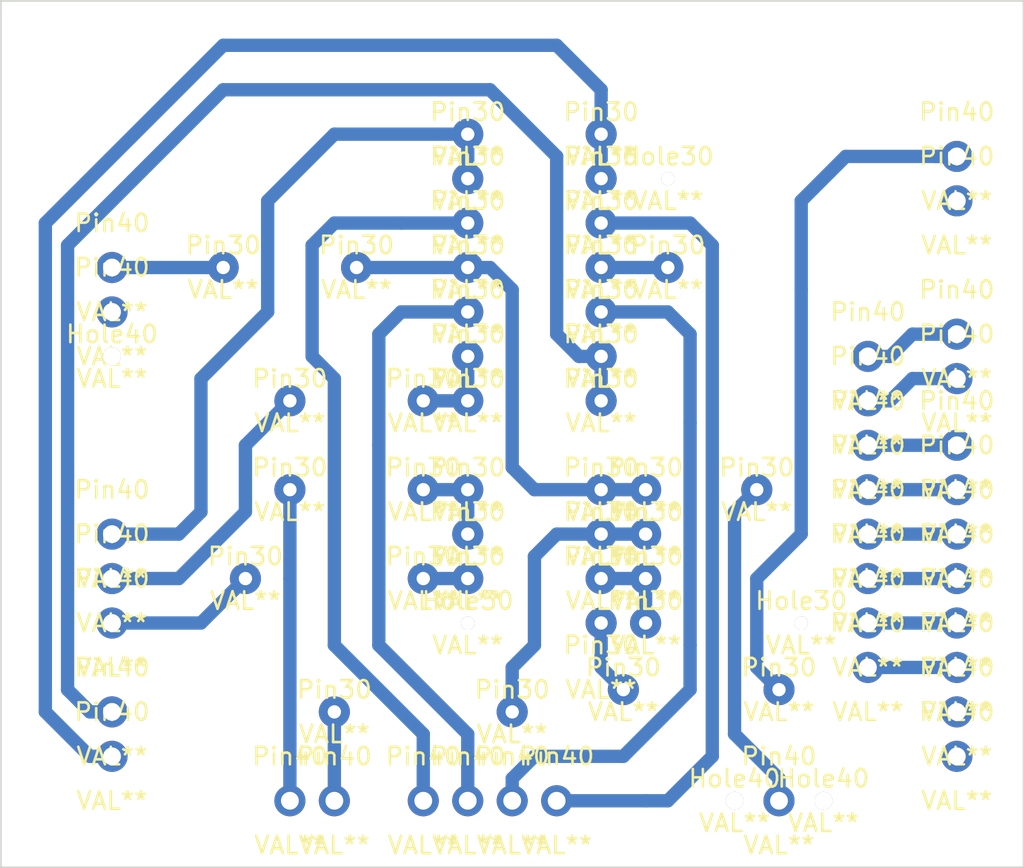
<source format=kicad_pcb>
(kicad_pcb (version 3) (host pcbnew "(2013-07-07 BZR 4022)-stable")

  (general
    (links 0)
    (no_connects 0)
    (area 133.299999 83.769999 191.820001 133.400001)
    (thickness 1.6)
    (drawings 4)
    (tracks 112)
    (zones 0)
    (modules 79)
    (nets 1)
  )

  (page A3)
  (layers
    (15 F.Cu signal)
    (0 B.Cu signal)
    (16 B.Adhes user)
    (17 F.Adhes user)
    (18 B.Paste user)
    (19 F.Paste user)
    (20 B.SilkS user)
    (21 F.SilkS user)
    (22 B.Mask user)
    (23 F.Mask user)
    (24 Dwgs.User user)
    (25 Cmts.User user)
    (26 Eco1.User user)
    (27 Eco2.User user)
    (28 Edge.Cuts user)
  )

  (setup
    (last_trace_width 0.762)
    (trace_clearance 0.254)
    (zone_clearance 0.508)
    (zone_45_only no)
    (trace_min 0.254)
    (segment_width 0.2)
    (edge_width 0.1)
    (via_size 0.889)
    (via_drill 0.635)
    (via_min_size 0.889)
    (via_min_drill 0.508)
    (uvia_size 0.508)
    (uvia_drill 0.127)
    (uvias_allowed no)
    (uvia_min_size 0.508)
    (uvia_min_drill 0.127)
    (pcb_text_width 0.3)
    (pcb_text_size 1.5 1.5)
    (mod_edge_width 0.15)
    (mod_text_size 1 1)
    (mod_text_width 0.15)
    (pad_size 1.016 1.016)
    (pad_drill 1.016)
    (pad_to_mask_clearance 0)
    (aux_axis_origin 0 0)
    (visible_elements 7FFFFFEF)
    (pcbplotparams
      (layerselection 268435457)
      (usegerberextensions true)
      (excludeedgelayer true)
      (linewidth 0.150000)
      (plotframeref false)
      (viasonmask false)
      (mode 1)
      (useauxorigin false)
      (hpglpennumber 1)
      (hpglpenspeed 20)
      (hpglpendiameter 15)
      (hpglpenoverlay 2)
      (psnegative false)
      (psa4output false)
      (plotreference true)
      (plotvalue true)
      (plotothertext true)
      (plotinvisibletext false)
      (padsonsilk false)
      (subtractmaskfromsilk false)
      (outputformat 1)
      (mirror false)
      (drillshape 0)
      (scaleselection 1)
      (outputdirectory Gerber_V3/))
  )

  (net 0 "")

  (net_class Default "This is the default net class."
    (clearance 0.254)
    (trace_width 0.762)
    (via_dia 0.889)
    (via_drill 0.635)
    (uvia_dia 0.508)
    (uvia_drill 0.127)
    (add_net "")
  )

  (module Pin40 (layer F.Cu) (tedit 58F75F7B) (tstamp 58F7B1F8)
    (at 139.7 99.06)
    (fp_text reference Pin40 (at 0 -2.54) (layer F.SilkS)
      (effects (font (size 1 1) (thickness 0.15)))
    )
    (fp_text value VAL** (at 0 2.54) (layer F.SilkS)
      (effects (font (size 1 1) (thickness 0.15)))
    )
    (pad 1 thru_hole circle (at 0 0) (size 1.778 1.778) (drill 1.016)
      (layers *.Cu *.Mask)
    )
  )

  (module Pin40 (layer F.Cu) (tedit 58F75F7B) (tstamp 58F7B20B)
    (at 139.7 114.3)
    (fp_text reference Pin40 (at 0 -2.54) (layer F.SilkS)
      (effects (font (size 1 1) (thickness 0.15)))
    )
    (fp_text value VAL** (at 0 2.54) (layer F.SilkS)
      (effects (font (size 1 1) (thickness 0.15)))
    )
    (pad 1 thru_hole circle (at 0 0) (size 1.778 1.778) (drill 1.016)
      (layers *.Cu *.Mask)
    )
  )

  (module Pin40 (layer F.Cu) (tedit 58F75F7B) (tstamp 58F7B215)
    (at 139.7 116.84)
    (fp_text reference Pin40 (at 0 -2.54) (layer F.SilkS)
      (effects (font (size 1 1) (thickness 0.15)))
    )
    (fp_text value VAL** (at 0 2.54) (layer F.SilkS)
      (effects (font (size 1 1) (thickness 0.15)))
    )
    (pad 1 thru_hole circle (at 0 0) (size 1.778 1.778) (drill 1.016)
      (layers *.Cu *.Mask)
    )
  )

  (module Pin40 (layer F.Cu) (tedit 58F75F7B) (tstamp 58F7B21E)
    (at 139.7 119.38)
    (fp_text reference Pin40 (at 0 -2.54) (layer F.SilkS)
      (effects (font (size 1 1) (thickness 0.15)))
    )
    (fp_text value VAL** (at 0 2.54) (layer F.SilkS)
      (effects (font (size 1 1) (thickness 0.15)))
    )
    (pad 1 thru_hole circle (at 0 0) (size 1.778 1.778) (drill 1.016)
      (layers *.Cu *.Mask)
    )
  )

  (module Pin40 (layer F.Cu) (tedit 58F75F7B) (tstamp 58F7B230)
    (at 139.7 124.46)
    (fp_text reference Pin40 (at 0 -2.54) (layer F.SilkS)
      (effects (font (size 1 1) (thickness 0.15)))
    )
    (fp_text value VAL** (at 0 2.54) (layer F.SilkS)
      (effects (font (size 1 1) (thickness 0.15)))
    )
    (pad 1 thru_hole circle (at 0 0) (size 1.778 1.778) (drill 1.016)
      (layers *.Cu *.Mask)
    )
  )

  (module Pin40 (layer F.Cu) (tedit 58F75F7B) (tstamp 58F7B239)
    (at 139.7 127)
    (fp_text reference Pin40 (at 0 -2.54) (layer F.SilkS)
      (effects (font (size 1 1) (thickness 0.15)))
    )
    (fp_text value VAL** (at 0 2.54) (layer F.SilkS)
      (effects (font (size 1 1) (thickness 0.15)))
    )
    (pad 1 thru_hole circle (at 0 0) (size 1.778 1.778) (drill 1.016)
      (layers *.Cu *.Mask)
    )
  )

  (module Pin40 (layer F.Cu) (tedit 58F75F7B) (tstamp 58F7B255)
    (at 139.7 101.6)
    (fp_text reference Pin40 (at 0 -2.54) (layer F.SilkS)
      (effects (font (size 1 1) (thickness 0.15)))
    )
    (fp_text value VAL** (at 0 2.54) (layer F.SilkS)
      (effects (font (size 1 1) (thickness 0.15)))
    )
    (pad 1 thru_hole circle (at 0 0) (size 1.778 1.778) (drill 1.016)
      (layers *.Cu *.Mask)
    )
  )

  (module Pin40 (layer F.Cu) (tedit 58F75F7B) (tstamp 58F7B279)
    (at 187.96 127)
    (fp_text reference Pin40 (at 0 -2.54) (layer F.SilkS)
      (effects (font (size 1 1) (thickness 0.15)))
    )
    (fp_text value VAL** (at 0 2.54) (layer F.SilkS)
      (effects (font (size 1 1) (thickness 0.15)))
    )
    (pad 1 thru_hole circle (at 0 0) (size 1.778 1.778) (drill 1.016)
      (layers *.Cu *.Mask)
    )
  )

  (module Pin40 (layer F.Cu) (tedit 58F75F7B) (tstamp 58F7B282)
    (at 187.96 124.46)
    (fp_text reference Pin40 (at 0 -2.54) (layer F.SilkS)
      (effects (font (size 1 1) (thickness 0.15)))
    )
    (fp_text value VAL** (at 0 2.54) (layer F.SilkS)
      (effects (font (size 1 1) (thickness 0.15)))
    )
    (pad 1 thru_hole circle (at 0 0) (size 1.778 1.778) (drill 1.016)
      (layers *.Cu *.Mask)
    )
  )

  (module Pin40 (layer F.Cu) (tedit 58F75F7B) (tstamp 58F7B28B)
    (at 187.96 121.92)
    (fp_text reference Pin40 (at 0 -2.54) (layer F.SilkS)
      (effects (font (size 1 1) (thickness 0.15)))
    )
    (fp_text value VAL** (at 0 2.54) (layer F.SilkS)
      (effects (font (size 1 1) (thickness 0.15)))
    )
    (pad 1 thru_hole circle (at 0 0) (size 1.778 1.778) (drill 1.016)
      (layers *.Cu *.Mask)
    )
  )

  (module Pin40 (layer F.Cu) (tedit 58F75F7B) (tstamp 58F7B294)
    (at 187.96 119.38)
    (fp_text reference Pin40 (at 0 -2.54) (layer F.SilkS)
      (effects (font (size 1 1) (thickness 0.15)))
    )
    (fp_text value VAL** (at 0 2.54) (layer F.SilkS)
      (effects (font (size 1 1) (thickness 0.15)))
    )
    (pad 1 thru_hole circle (at 0 0) (size 1.778 1.778) (drill 1.016)
      (layers *.Cu *.Mask)
    )
  )

  (module Pin40 (layer F.Cu) (tedit 58F75F7B) (tstamp 58F7B29D)
    (at 187.96 116.84)
    (fp_text reference Pin40 (at 0 -2.54) (layer F.SilkS)
      (effects (font (size 1 1) (thickness 0.15)))
    )
    (fp_text value VAL** (at 0 2.54) (layer F.SilkS)
      (effects (font (size 1 1) (thickness 0.15)))
    )
    (pad 1 thru_hole circle (at 0 0) (size 1.778 1.778) (drill 1.016)
      (layers *.Cu *.Mask)
    )
  )

  (module Pin40 (layer F.Cu) (tedit 58F75F7B) (tstamp 58F7B2A6)
    (at 187.96 114.3)
    (fp_text reference Pin40 (at 0 -2.54) (layer F.SilkS)
      (effects (font (size 1 1) (thickness 0.15)))
    )
    (fp_text value VAL** (at 0 2.54) (layer F.SilkS)
      (effects (font (size 1 1) (thickness 0.15)))
    )
    (pad 1 thru_hole circle (at 0 0) (size 1.778 1.778) (drill 1.016)
      (layers *.Cu *.Mask)
    )
  )

  (module Pin40 (layer F.Cu) (tedit 58F75F7B) (tstamp 58F7B2AF)
    (at 187.96 111.76)
    (fp_text reference Pin40 (at 0 -2.54) (layer F.SilkS)
      (effects (font (size 1 1) (thickness 0.15)))
    )
    (fp_text value VAL** (at 0 2.54) (layer F.SilkS)
      (effects (font (size 1 1) (thickness 0.15)))
    )
    (pad 1 thru_hole circle (at 0 0) (size 1.778 1.778) (drill 1.016)
      (layers *.Cu *.Mask)
    )
  )

  (module Pin40 (layer F.Cu) (tedit 58F75F7B) (tstamp 58F7B2B8)
    (at 187.96 109.22)
    (fp_text reference Pin40 (at 0 -2.54) (layer F.SilkS)
      (effects (font (size 1 1) (thickness 0.15)))
    )
    (fp_text value VAL** (at 0 2.54) (layer F.SilkS)
      (effects (font (size 1 1) (thickness 0.15)))
    )
    (pad 1 thru_hole circle (at 0 0) (size 1.778 1.778) (drill 1.016)
      (layers *.Cu *.Mask)
    )
  )

  (module Pin40 (layer F.Cu) (tedit 58F75F7B) (tstamp 58F7B2C1)
    (at 187.96 105.41)
    (fp_text reference Pin40 (at 0 -2.54) (layer F.SilkS)
      (effects (font (size 1 1) (thickness 0.15)))
    )
    (fp_text value VAL** (at 0 2.54) (layer F.SilkS)
      (effects (font (size 1 1) (thickness 0.15)))
    )
    (pad 1 thru_hole circle (at 0 0) (size 1.778 1.778) (drill 1.016)
      (layers *.Cu *.Mask)
    )
  )

  (module Pin40 (layer F.Cu) (tedit 58F75F7B) (tstamp 58F7B2CA)
    (at 187.96 102.87)
    (fp_text reference Pin40 (at 0 -2.54) (layer F.SilkS)
      (effects (font (size 1 1) (thickness 0.15)))
    )
    (fp_text value VAL** (at 0 2.54) (layer F.SilkS)
      (effects (font (size 1 1) (thickness 0.15)))
    )
    (pad 1 thru_hole circle (at 0 0) (size 1.778 1.778) (drill 1.016)
      (layers *.Cu *.Mask)
    )
  )

  (module Pin40 (layer F.Cu) (tedit 58F75F7B) (tstamp 58F7B2E5)
    (at 187.96 95.25)
    (fp_text reference Pin40 (at 0 -2.54) (layer F.SilkS)
      (effects (font (size 1 1) (thickness 0.15)))
    )
    (fp_text value VAL** (at 0 2.54) (layer F.SilkS)
      (effects (font (size 1 1) (thickness 0.15)))
    )
    (pad 1 thru_hole circle (at 0 0) (size 1.778 1.778) (drill 1.016)
      (layers *.Cu *.Mask)
    )
  )

  (module Pin40 (layer F.Cu) (tedit 58F75F7B) (tstamp 58F7B2EE)
    (at 187.96 92.71)
    (fp_text reference Pin40 (at 0 -2.54) (layer F.SilkS)
      (effects (font (size 1 1) (thickness 0.15)))
    )
    (fp_text value VAL** (at 0 2.54) (layer F.SilkS)
      (effects (font (size 1 1) (thickness 0.15)))
    )
    (pad 1 thru_hole circle (at 0 0) (size 1.778 1.778) (drill 1.016)
      (layers *.Cu *.Mask)
    )
  )

  (module Pin30 (layer F.Cu) (tedit 58F76308) (tstamp 58F763A2)
    (at 160.02 91.44)
    (fp_text reference Pin30 (at 0 -1.27) (layer F.SilkS)
      (effects (font (size 1 1) (thickness 0.15)))
    )
    (fp_text value VAL** (at 0 1.27) (layer F.SilkS)
      (effects (font (size 1 1) (thickness 0.15)))
    )
    (pad 1 thru_hole circle (at 0 0) (size 1.778 1.778) (drill 0.762)
      (layers *.Cu *.Mask)
    )
  )

  (module Pin30 (layer F.Cu) (tedit 58F76308) (tstamp 58F763BD)
    (at 167.64 91.44)
    (fp_text reference Pin30 (at 0 -1.27) (layer F.SilkS)
      (effects (font (size 1 1) (thickness 0.15)))
    )
    (fp_text value VAL** (at 0 1.27) (layer F.SilkS)
      (effects (font (size 1 1) (thickness 0.15)))
    )
    (pad 1 thru_hole circle (at 0 0) (size 1.778 1.778) (drill 0.762)
      (layers *.Cu *.Mask)
    )
  )

  (module Pin30 (layer F.Cu) (tedit 58F76308) (tstamp 58F763CE)
    (at 160.02 93.98)
    (fp_text reference Pin30 (at 0 -1.27) (layer F.SilkS)
      (effects (font (size 1 1) (thickness 0.15)))
    )
    (fp_text value VAL** (at 0 1.27) (layer F.SilkS)
      (effects (font (size 1 1) (thickness 0.15)))
    )
    (pad 1 thru_hole circle (at 0 0) (size 1.778 1.778) (drill 0.762)
      (layers *.Cu *.Mask)
    )
  )

  (module Pin30 (layer F.Cu) (tedit 58F76308) (tstamp 58F763D7)
    (at 160.02 96.52)
    (fp_text reference Pin30 (at 0 -1.27) (layer F.SilkS)
      (effects (font (size 1 1) (thickness 0.15)))
    )
    (fp_text value VAL** (at 0 1.27) (layer F.SilkS)
      (effects (font (size 1 1) (thickness 0.15)))
    )
    (pad 1 thru_hole circle (at 0 0) (size 1.778 1.778) (drill 0.762)
      (layers *.Cu *.Mask)
    )
  )

  (module Pin30 (layer F.Cu) (tedit 58F76308) (tstamp 58F763E0)
    (at 160.02 99.06)
    (fp_text reference Pin30 (at 0 -1.27) (layer F.SilkS)
      (effects (font (size 1 1) (thickness 0.15)))
    )
    (fp_text value VAL** (at 0 1.27) (layer F.SilkS)
      (effects (font (size 1 1) (thickness 0.15)))
    )
    (pad 1 thru_hole circle (at 0 0) (size 1.778 1.778) (drill 0.762)
      (layers *.Cu *.Mask)
    )
  )

  (module Pin30 (layer F.Cu) (tedit 58F76308) (tstamp 58F763E9)
    (at 160.02 101.6)
    (fp_text reference Pin30 (at 0 -1.27) (layer F.SilkS)
      (effects (font (size 1 1) (thickness 0.15)))
    )
    (fp_text value VAL** (at 0 1.27) (layer F.SilkS)
      (effects (font (size 1 1) (thickness 0.15)))
    )
    (pad 1 thru_hole circle (at 0 0) (size 1.778 1.778) (drill 0.762)
      (layers *.Cu *.Mask)
    )
  )

  (module Pin30 (layer F.Cu) (tedit 58F76308) (tstamp 58F763F2)
    (at 160.02 104.14)
    (fp_text reference Pin30 (at 0 -1.27) (layer F.SilkS)
      (effects (font (size 1 1) (thickness 0.15)))
    )
    (fp_text value VAL** (at 0 1.27) (layer F.SilkS)
      (effects (font (size 1 1) (thickness 0.15)))
    )
    (pad 1 thru_hole circle (at 0 0) (size 1.778 1.778) (drill 0.762)
      (layers *.Cu *.Mask)
    )
  )

  (module Pin30 (layer F.Cu) (tedit 58F76308) (tstamp 58F763FB)
    (at 160.02 106.68)
    (fp_text reference Pin30 (at 0 -1.27) (layer F.SilkS)
      (effects (font (size 1 1) (thickness 0.15)))
    )
    (fp_text value VAL** (at 0 1.27) (layer F.SilkS)
      (effects (font (size 1 1) (thickness 0.15)))
    )
    (pad 1 thru_hole circle (at 0 0) (size 1.778 1.778) (drill 0.762)
      (layers *.Cu *.Mask)
    )
  )

  (module Pin30 (layer F.Cu) (tedit 58F76308) (tstamp 58F76404)
    (at 167.64 93.98)
    (fp_text reference Pin30 (at 0 -1.27) (layer F.SilkS)
      (effects (font (size 1 1) (thickness 0.15)))
    )
    (fp_text value VAL** (at 0 1.27) (layer F.SilkS)
      (effects (font (size 1 1) (thickness 0.15)))
    )
    (pad 1 thru_hole circle (at 0 0) (size 1.778 1.778) (drill 0.762)
      (layers *.Cu *.Mask)
    )
  )

  (module Pin30 (layer F.Cu) (tedit 58F76308) (tstamp 58F7640D)
    (at 167.64 96.52)
    (fp_text reference Pin30 (at 0 -1.27) (layer F.SilkS)
      (effects (font (size 1 1) (thickness 0.15)))
    )
    (fp_text value VAL** (at 0 1.27) (layer F.SilkS)
      (effects (font (size 1 1) (thickness 0.15)))
    )
    (pad 1 thru_hole circle (at 0 0) (size 1.778 1.778) (drill 0.762)
      (layers *.Cu *.Mask)
    )
  )

  (module Pin30 (layer F.Cu) (tedit 58F76308) (tstamp 58F76416)
    (at 167.64 99.06)
    (fp_text reference Pin30 (at 0 -1.27) (layer F.SilkS)
      (effects (font (size 1 1) (thickness 0.15)))
    )
    (fp_text value VAL** (at 0 1.27) (layer F.SilkS)
      (effects (font (size 1 1) (thickness 0.15)))
    )
    (pad 1 thru_hole circle (at 0 0) (size 1.778 1.778) (drill 0.762)
      (layers *.Cu *.Mask)
    )
  )

  (module Pin30 (layer F.Cu) (tedit 58F76308) (tstamp 58F7641F)
    (at 167.64 101.6)
    (fp_text reference Pin30 (at 0 -1.27) (layer F.SilkS)
      (effects (font (size 1 1) (thickness 0.15)))
    )
    (fp_text value VAL** (at 0 1.27) (layer F.SilkS)
      (effects (font (size 1 1) (thickness 0.15)))
    )
    (pad 1 thru_hole circle (at 0 0) (size 1.778 1.778) (drill 0.762)
      (layers *.Cu *.Mask)
    )
  )

  (module Pin30 (layer F.Cu) (tedit 58F76308) (tstamp 58F76428)
    (at 167.64 104.14)
    (fp_text reference Pin30 (at 0 -1.27) (layer F.SilkS)
      (effects (font (size 1 1) (thickness 0.15)))
    )
    (fp_text value VAL** (at 0 1.27) (layer F.SilkS)
      (effects (font (size 1 1) (thickness 0.15)))
    )
    (pad 1 thru_hole circle (at 0 0) (size 1.778 1.778) (drill 0.762)
      (layers *.Cu *.Mask)
    )
  )

  (module Pin30 (layer F.Cu) (tedit 58F76308) (tstamp 58F76431)
    (at 167.64 106.68)
    (fp_text reference Pin30 (at 0 -1.27) (layer F.SilkS)
      (effects (font (size 1 1) (thickness 0.15)))
    )
    (fp_text value VAL** (at 0 1.27) (layer F.SilkS)
      (effects (font (size 1 1) (thickness 0.15)))
    )
    (pad 1 thru_hole circle (at 0 0) (size 1.778 1.778) (drill 0.762)
      (layers *.Cu *.Mask)
    )
  )

  (module Pin30 (layer F.Cu) (tedit 58F76308) (tstamp 58F7643A)
    (at 160.02 111.76)
    (fp_text reference Pin30 (at 0 -1.27) (layer F.SilkS)
      (effects (font (size 1 1) (thickness 0.15)))
    )
    (fp_text value VAL** (at 0 1.27) (layer F.SilkS)
      (effects (font (size 1 1) (thickness 0.15)))
    )
    (pad 1 thru_hole circle (at 0 0) (size 1.778 1.778) (drill 0.762)
      (layers *.Cu *.Mask)
    )
  )

  (module Pin30 (layer F.Cu) (tedit 58F76308) (tstamp 58F76443)
    (at 160.02 114.3)
    (fp_text reference Pin30 (at 0 -1.27) (layer F.SilkS)
      (effects (font (size 1 1) (thickness 0.15)))
    )
    (fp_text value VAL** (at 0 1.27) (layer F.SilkS)
      (effects (font (size 1 1) (thickness 0.15)))
    )
    (pad 1 thru_hole circle (at 0 0) (size 1.778 1.778) (drill 0.762)
      (layers *.Cu *.Mask)
    )
  )

  (module Pin30 (layer F.Cu) (tedit 58F76308) (tstamp 58F7644C)
    (at 160.02 116.84)
    (fp_text reference Pin30 (at 0 -1.27) (layer F.SilkS)
      (effects (font (size 1 1) (thickness 0.15)))
    )
    (fp_text value VAL** (at 0 1.27) (layer F.SilkS)
      (effects (font (size 1 1) (thickness 0.15)))
    )
    (pad 1 thru_hole circle (at 0 0) (size 1.778 1.778) (drill 0.762)
      (layers *.Cu *.Mask)
    )
  )

  (module Pin30 (layer F.Cu) (tedit 58F76308) (tstamp 58F7645E)
    (at 167.64 111.76)
    (fp_text reference Pin30 (at 0 -1.27) (layer F.SilkS)
      (effects (font (size 1 1) (thickness 0.15)))
    )
    (fp_text value VAL** (at 0 1.27) (layer F.SilkS)
      (effects (font (size 1 1) (thickness 0.15)))
    )
    (pad 1 thru_hole circle (at 0 0) (size 1.778 1.778) (drill 0.762)
      (layers *.Cu *.Mask)
    )
  )

  (module Pin30 (layer F.Cu) (tedit 58F76308) (tstamp 58F76467)
    (at 167.64 114.3)
    (fp_text reference Pin30 (at 0 -1.27) (layer F.SilkS)
      (effects (font (size 1 1) (thickness 0.15)))
    )
    (fp_text value VAL** (at 0 1.27) (layer F.SilkS)
      (effects (font (size 1 1) (thickness 0.15)))
    )
    (pad 1 thru_hole circle (at 0 0) (size 1.778 1.778) (drill 0.762)
      (layers *.Cu *.Mask)
    )
  )

  (module Pin30 (layer F.Cu) (tedit 58F76308) (tstamp 58F76470)
    (at 167.64 116.84)
    (fp_text reference Pin30 (at 0 -1.27) (layer F.SilkS)
      (effects (font (size 1 1) (thickness 0.15)))
    )
    (fp_text value VAL** (at 0 1.27) (layer F.SilkS)
      (effects (font (size 1 1) (thickness 0.15)))
    )
    (pad 1 thru_hole circle (at 0 0) (size 1.778 1.778) (drill 0.762)
      (layers *.Cu *.Mask)
    )
  )

  (module Pin30 (layer F.Cu) (tedit 58F76407) (tstamp 58F76479)
    (at 167.64 121.92)
    (fp_text reference Pin30 (at 0 -1.27) (layer F.SilkS)
      (effects (font (size 1 1) (thickness 0.15)))
    )
    (fp_text value VAL** (at 0 1.27) (layer F.SilkS)
      (effects (font (size 1 1) (thickness 0.15)))
    )
    (pad 1 thru_hole circle (at 0 -2.54) (size 1.778 1.778) (drill 0.762)
      (layers *.Cu *.Mask)
    )
  )

  (module Pin40 (layer F.Cu) (tedit 58F75F7B) (tstamp 58F76498)
    (at 149.86 129.54)
    (fp_text reference Pin40 (at 0 -2.54) (layer F.SilkS)
      (effects (font (size 1 1) (thickness 0.15)))
    )
    (fp_text value VAL** (at 0 2.54) (layer F.SilkS)
      (effects (font (size 1 1) (thickness 0.15)))
    )
    (pad 1 thru_hole circle (at 0 0) (size 1.778 1.778) (drill 1.016)
      (layers *.Cu *.Mask)
    )
  )

  (module Pin40 (layer F.Cu) (tedit 58F75F7B) (tstamp 58F764A1)
    (at 152.4 129.54)
    (fp_text reference Pin40 (at 0 -2.54) (layer F.SilkS)
      (effects (font (size 1 1) (thickness 0.15)))
    )
    (fp_text value VAL** (at 0 2.54) (layer F.SilkS)
      (effects (font (size 1 1) (thickness 0.15)))
    )
    (pad 1 thru_hole circle (at 0 0) (size 1.778 1.778) (drill 1.016)
      (layers *.Cu *.Mask)
    )
  )

  (module Pin40 (layer F.Cu) (tedit 58F75F7B) (tstamp 58F764AA)
    (at 157.48 129.54)
    (fp_text reference Pin40 (at 0 -2.54) (layer F.SilkS)
      (effects (font (size 1 1) (thickness 0.15)))
    )
    (fp_text value VAL** (at 0 2.54) (layer F.SilkS)
      (effects (font (size 1 1) (thickness 0.15)))
    )
    (pad 1 thru_hole circle (at 0 0) (size 1.778 1.778) (drill 1.016)
      (layers *.Cu *.Mask)
    )
  )

  (module Pin40 (layer F.Cu) (tedit 58F75F7B) (tstamp 58F764BB)
    (at 160.02 129.54)
    (fp_text reference Pin40 (at 0 -2.54) (layer F.SilkS)
      (effects (font (size 1 1) (thickness 0.15)))
    )
    (fp_text value VAL** (at 0 2.54) (layer F.SilkS)
      (effects (font (size 1 1) (thickness 0.15)))
    )
    (pad 1 thru_hole circle (at 0 0) (size 1.778 1.778) (drill 1.016)
      (layers *.Cu *.Mask)
    )
  )

  (module Pin40 (layer F.Cu) (tedit 58F75F7B) (tstamp 58F764C4)
    (at 162.56 129.54)
    (fp_text reference Pin40 (at 0 -2.54) (layer F.SilkS)
      (effects (font (size 1 1) (thickness 0.15)))
    )
    (fp_text value VAL** (at 0 2.54) (layer F.SilkS)
      (effects (font (size 1 1) (thickness 0.15)))
    )
    (pad 1 thru_hole circle (at 0 0) (size 1.778 1.778) (drill 1.016)
      (layers *.Cu *.Mask)
    )
  )

  (module Pin40 (layer F.Cu) (tedit 58F75F7B) (tstamp 58F764CD)
    (at 165.1 129.54)
    (fp_text reference Pin40 (at 0 -2.54) (layer F.SilkS)
      (effects (font (size 1 1) (thickness 0.15)))
    )
    (fp_text value VAL** (at 0 2.54) (layer F.SilkS)
      (effects (font (size 1 1) (thickness 0.15)))
    )
    (pad 1 thru_hole circle (at 0 0) (size 1.778 1.778) (drill 1.016)
      (layers *.Cu *.Mask)
    )
  )

  (module Pin40 (layer F.Cu) (tedit 58F75F7B) (tstamp 58F764DF)
    (at 177.8 129.54)
    (fp_text reference Pin40 (at 0 -2.54) (layer F.SilkS)
      (effects (font (size 1 1) (thickness 0.15)))
    )
    (fp_text value VAL** (at 0 2.54) (layer F.SilkS)
      (effects (font (size 1 1) (thickness 0.15)))
    )
    (pad 1 thru_hole circle (at 0 0) (size 1.778 1.778) (drill 1.016)
      (layers *.Cu *.Mask)
    )
  )

  (module Pin40 (layer F.Cu) (tedit 58F75F7B) (tstamp 58F764F1)
    (at 182.88 104.14)
    (fp_text reference Pin40 (at 0 -2.54) (layer F.SilkS)
      (effects (font (size 1 1) (thickness 0.15)))
    )
    (fp_text value VAL** (at 0 2.54) (layer F.SilkS)
      (effects (font (size 1 1) (thickness 0.15)))
    )
    (pad 1 thru_hole circle (at 0 0) (size 1.778 1.778) (drill 1.016)
      (layers *.Cu *.Mask)
    )
  )

  (module Pin40 (layer F.Cu) (tedit 58F75F7B) (tstamp 58F764FA)
    (at 182.88 121.92)
    (fp_text reference Pin40 (at 0 -2.54) (layer F.SilkS)
      (effects (font (size 1 1) (thickness 0.15)))
    )
    (fp_text value VAL** (at 0 2.54) (layer F.SilkS)
      (effects (font (size 1 1) (thickness 0.15)))
    )
    (pad 1 thru_hole circle (at 0 0) (size 1.778 1.778) (drill 1.016)
      (layers *.Cu *.Mask)
    )
  )

  (module Pin40 (layer F.Cu) (tedit 58F75F7B) (tstamp 58F76503)
    (at 182.88 119.38)
    (fp_text reference Pin40 (at 0 -2.54) (layer F.SilkS)
      (effects (font (size 1 1) (thickness 0.15)))
    )
    (fp_text value VAL** (at 0 2.54) (layer F.SilkS)
      (effects (font (size 1 1) (thickness 0.15)))
    )
    (pad 1 thru_hole circle (at 0 0) (size 1.778 1.778) (drill 1.016)
      (layers *.Cu *.Mask)
    )
  )

  (module Pin40 (layer F.Cu) (tedit 58F75F7B) (tstamp 58F7650C)
    (at 182.88 116.84)
    (fp_text reference Pin40 (at 0 -2.54) (layer F.SilkS)
      (effects (font (size 1 1) (thickness 0.15)))
    )
    (fp_text value VAL** (at 0 2.54) (layer F.SilkS)
      (effects (font (size 1 1) (thickness 0.15)))
    )
    (pad 1 thru_hole circle (at 0 0) (size 1.778 1.778) (drill 1.016)
      (layers *.Cu *.Mask)
    )
  )

  (module Pin40 (layer F.Cu) (tedit 58F75F7B) (tstamp 58F76515)
    (at 182.88 114.3)
    (fp_text reference Pin40 (at 0 -2.54) (layer F.SilkS)
      (effects (font (size 1 1) (thickness 0.15)))
    )
    (fp_text value VAL** (at 0 2.54) (layer F.SilkS)
      (effects (font (size 1 1) (thickness 0.15)))
    )
    (pad 1 thru_hole circle (at 0 0) (size 1.778 1.778) (drill 1.016)
      (layers *.Cu *.Mask)
    )
  )

  (module Pin40 (layer F.Cu) (tedit 58F75F7B) (tstamp 58F7651E)
    (at 182.88 111.76)
    (fp_text reference Pin40 (at 0 -2.54) (layer F.SilkS)
      (effects (font (size 1 1) (thickness 0.15)))
    )
    (fp_text value VAL** (at 0 2.54) (layer F.SilkS)
      (effects (font (size 1 1) (thickness 0.15)))
    )
    (pad 1 thru_hole circle (at 0 0) (size 1.778 1.778) (drill 1.016)
      (layers *.Cu *.Mask)
    )
  )

  (module Pin40 (layer F.Cu) (tedit 58F75F7B) (tstamp 58F76527)
    (at 182.88 109.22)
    (fp_text reference Pin40 (at 0 -2.54) (layer F.SilkS)
      (effects (font (size 1 1) (thickness 0.15)))
    )
    (fp_text value VAL** (at 0 2.54) (layer F.SilkS)
      (effects (font (size 1 1) (thickness 0.15)))
    )
    (pad 1 thru_hole circle (at 0 0) (size 1.778 1.778) (drill 1.016)
      (layers *.Cu *.Mask)
    )
  )

  (module Pin40 (layer F.Cu) (tedit 58F75F7B) (tstamp 58F76530)
    (at 182.88 106.68)
    (fp_text reference Pin40 (at 0 -2.54) (layer F.SilkS)
      (effects (font (size 1 1) (thickness 0.15)))
    )
    (fp_text value VAL** (at 0 2.54) (layer F.SilkS)
      (effects (font (size 1 1) (thickness 0.15)))
    )
    (pad 1 thru_hole circle (at 0 0) (size 1.778 1.778) (drill 1.016)
      (layers *.Cu *.Mask)
    )
  )

  (module Pin30 (layer F.Cu) (tedit 58F76308) (tstamp 58F766BC)
    (at 146.05 99.06)
    (fp_text reference Pin30 (at 0 -1.27) (layer F.SilkS)
      (effects (font (size 1 1) (thickness 0.15)))
    )
    (fp_text value VAL** (at 0 1.27) (layer F.SilkS)
      (effects (font (size 1 1) (thickness 0.15)))
    )
    (pad 1 thru_hole circle (at 0 0) (size 1.778 1.778) (drill 0.762)
      (layers *.Cu *.Mask)
    )
  )

  (module Pin30 (layer F.Cu) (tedit 58F76308) (tstamp 5908522E)
    (at 149.86 111.76)
    (fp_text reference Pin30 (at 0 -1.27) (layer F.SilkS)
      (effects (font (size 1 1) (thickness 0.15)))
    )
    (fp_text value VAL** (at 0 1.27) (layer F.SilkS)
      (effects (font (size 1 1) (thickness 0.15)))
    )
    (pad 1 thru_hole circle (at 0 0) (size 1.778 1.778) (drill 0.762)
      (layers *.Cu *.Mask)
    )
  )

  (module Pin30 (layer F.Cu) (tedit 58F76308) (tstamp 59085262)
    (at 157.48 111.76)
    (fp_text reference Pin30 (at 0 -1.27) (layer F.SilkS)
      (effects (font (size 1 1) (thickness 0.15)))
    )
    (fp_text value VAL** (at 0 1.27) (layer F.SilkS)
      (effects (font (size 1 1) (thickness 0.15)))
    )
    (pad 1 thru_hole circle (at 0 0) (size 1.778 1.778) (drill 0.762)
      (layers *.Cu *.Mask)
    )
  )

  (module Pin30 (layer F.Cu) (tedit 58F76308) (tstamp 5908526B)
    (at 157.48 116.84)
    (fp_text reference Pin30 (at 0 -1.27) (layer F.SilkS)
      (effects (font (size 1 1) (thickness 0.15)))
    )
    (fp_text value VAL** (at 0 1.27) (layer F.SilkS)
      (effects (font (size 1 1) (thickness 0.15)))
    )
    (pad 1 thru_hole circle (at 0 0) (size 1.778 1.778) (drill 0.762)
      (layers *.Cu *.Mask)
    )
  )

  (module Pin30 (layer F.Cu) (tedit 58F76308) (tstamp 59085277)
    (at 147.32 116.84)
    (fp_text reference Pin30 (at 0 -1.27) (layer F.SilkS)
      (effects (font (size 1 1) (thickness 0.15)))
    )
    (fp_text value VAL** (at 0 1.27) (layer F.SilkS)
      (effects (font (size 1 1) (thickness 0.15)))
    )
    (pad 1 thru_hole circle (at 0 0) (size 1.778 1.778) (drill 0.762)
      (layers *.Cu *.Mask)
    )
  )

  (module Pin30 (layer F.Cu) (tedit 58F76308) (tstamp 590852C5)
    (at 153.67 99.06)
    (fp_text reference Pin30 (at 0 -1.27) (layer F.SilkS)
      (effects (font (size 1 1) (thickness 0.15)))
    )
    (fp_text value VAL** (at 0 1.27) (layer F.SilkS)
      (effects (font (size 1 1) (thickness 0.15)))
    )
    (pad 1 thru_hole circle (at 0 0) (size 1.778 1.778) (drill 0.762)
      (layers *.Cu *.Mask)
    )
  )

  (module Pin30 (layer F.Cu) (tedit 58F76308) (tstamp 590852F8)
    (at 157.48 106.68)
    (fp_text reference Pin30 (at 0 -1.27) (layer F.SilkS)
      (effects (font (size 1 1) (thickness 0.15)))
    )
    (fp_text value VAL** (at 0 1.27) (layer F.SilkS)
      (effects (font (size 1 1) (thickness 0.15)))
    )
    (pad 1 thru_hole circle (at 0 0) (size 1.778 1.778) (drill 0.762)
      (layers *.Cu *.Mask)
    )
  )

  (module Pin30 (layer F.Cu) (tedit 58F76308) (tstamp 5908531C)
    (at 149.86 106.68)
    (fp_text reference Pin30 (at 0 -1.27) (layer F.SilkS)
      (effects (font (size 1 1) (thickness 0.15)))
    )
    (fp_text value VAL** (at 0 1.27) (layer F.SilkS)
      (effects (font (size 1 1) (thickness 0.15)))
    )
    (pad 1 thru_hole circle (at 0 0) (size 1.778 1.778) (drill 0.762)
      (layers *.Cu *.Mask)
    )
  )

  (module Pin30 (layer F.Cu) (tedit 58F76308) (tstamp 590854AD)
    (at 170.18 116.84)
    (fp_text reference Pin30 (at 0 -1.27) (layer F.SilkS)
      (effects (font (size 1 1) (thickness 0.15)))
    )
    (fp_text value VAL** (at 0 1.27) (layer F.SilkS)
      (effects (font (size 1 1) (thickness 0.15)))
    )
    (pad 1 thru_hole circle (at 0 0) (size 1.778 1.778) (drill 0.762)
      (layers *.Cu *.Mask)
    )
  )

  (module Pin30 (layer F.Cu) (tedit 58F76308) (tstamp 590854B6)
    (at 170.18 114.3)
    (fp_text reference Pin30 (at 0 -1.27) (layer F.SilkS)
      (effects (font (size 1 1) (thickness 0.15)))
    )
    (fp_text value VAL** (at 0 1.27) (layer F.SilkS)
      (effects (font (size 1 1) (thickness 0.15)))
    )
    (pad 1 thru_hole circle (at 0 0) (size 1.778 1.778) (drill 0.762)
      (layers *.Cu *.Mask)
    )
  )

  (module Pin30 (layer F.Cu) (tedit 58F76308) (tstamp 590854BF)
    (at 170.18 119.38)
    (fp_text reference Pin30 (at 0 -1.27) (layer F.SilkS)
      (effects (font (size 1 1) (thickness 0.15)))
    )
    (fp_text value VAL** (at 0 1.27) (layer F.SilkS)
      (effects (font (size 1 1) (thickness 0.15)))
    )
    (pad 1 thru_hole circle (at 0 0) (size 1.778 1.778) (drill 0.762)
      (layers *.Cu *.Mask)
    )
  )

  (module Pin30 (layer F.Cu) (tedit 58F76308) (tstamp 5908559D)
    (at 152.4 124.46)
    (fp_text reference Pin30 (at 0 -1.27) (layer F.SilkS)
      (effects (font (size 1 1) (thickness 0.15)))
    )
    (fp_text value VAL** (at 0 1.27) (layer F.SilkS)
      (effects (font (size 1 1) (thickness 0.15)))
    )
    (pad 1 thru_hole circle (at 0 0) (size 1.778 1.778) (drill 0.762)
      (layers *.Cu *.Mask)
    )
  )

  (module Pin30 (layer F.Cu) (tedit 58F76308) (tstamp 590855A7)
    (at 162.56 124.46)
    (fp_text reference Pin30 (at 0 -1.27) (layer F.SilkS)
      (effects (font (size 1 1) (thickness 0.15)))
    )
    (fp_text value VAL** (at 0 1.27) (layer F.SilkS)
      (effects (font (size 1 1) (thickness 0.15)))
    )
    (pad 1 thru_hole circle (at 0 0) (size 1.778 1.778) (drill 0.762)
      (layers *.Cu *.Mask)
    )
  )

  (module Pin30 (layer F.Cu) (tedit 58F76308) (tstamp 59085709)
    (at 170.18 111.76)
    (fp_text reference Pin30 (at 0 -1.27) (layer F.SilkS)
      (effects (font (size 1 1) (thickness 0.15)))
    )
    (fp_text value VAL** (at 0 1.27) (layer F.SilkS)
      (effects (font (size 1 1) (thickness 0.15)))
    )
    (pad 1 thru_hole circle (at 0 0) (size 1.778 1.778) (drill 0.762)
      (layers *.Cu *.Mask)
    )
  )

  (module Pin30 (layer F.Cu) (tedit 58F76308) (tstamp 59085712)
    (at 176.53 111.76)
    (fp_text reference Pin30 (at 0 -1.27) (layer F.SilkS)
      (effects (font (size 1 1) (thickness 0.15)))
    )
    (fp_text value VAL** (at 0 1.27) (layer F.SilkS)
      (effects (font (size 1 1) (thickness 0.15)))
    )
    (pad 1 thru_hole circle (at 0 0) (size 1.778 1.778) (drill 0.762)
      (layers *.Cu *.Mask)
    )
  )

  (module Pin30 (layer F.Cu) (tedit 58F76308) (tstamp 590857DE)
    (at 168.91 123.19)
    (fp_text reference Pin30 (at 0 -1.27) (layer F.SilkS)
      (effects (font (size 1 1) (thickness 0.15)))
    )
    (fp_text value VAL** (at 0 1.27) (layer F.SilkS)
      (effects (font (size 1 1) (thickness 0.15)))
    )
    (pad 1 thru_hole circle (at 0 0) (size 1.778 1.778) (drill 0.762)
      (layers *.Cu *.Mask)
    )
  )

  (module Pin30 (layer F.Cu) (tedit 58F76308) (tstamp 590857E7)
    (at 177.8 123.19)
    (fp_text reference Pin30 (at 0 -1.27) (layer F.SilkS)
      (effects (font (size 1 1) (thickness 0.15)))
    )
    (fp_text value VAL** (at 0 1.27) (layer F.SilkS)
      (effects (font (size 1 1) (thickness 0.15)))
    )
    (pad 1 thru_hole circle (at 0 0) (size 1.778 1.778) (drill 0.762)
      (layers *.Cu *.Mask)
    )
  )

  (module Pin30 (layer F.Cu) (tedit 58F76308) (tstamp 5908715B)
    (at 171.45 99.06)
    (fp_text reference Pin30 (at 0 -1.27) (layer F.SilkS)
      (effects (font (size 1 1) (thickness 0.15)))
    )
    (fp_text value VAL** (at 0 1.27) (layer F.SilkS)
      (effects (font (size 1 1) (thickness 0.15)))
    )
    (pad 1 thru_hole circle (at 0 0) (size 1.778 1.778) (drill 0.762)
      (layers *.Cu *.Mask)
    )
  )

  (module Hole30 (layer F.Cu) (tedit 5909903B) (tstamp 590990AC)
    (at 160.02 119.38)
    (fp_text reference Hole30 (at 0 -1.27) (layer F.SilkS)
      (effects (font (size 1 1) (thickness 0.15)))
    )
    (fp_text value VAL** (at 0 1.27) (layer F.SilkS)
      (effects (font (size 1 1) (thickness 0.15)))
    )
    (pad 1 thru_hole circle (at 0 0) (size 0.762 0.762) (drill 0.762)
      (layers *.Cu *.Mask F.SilkS)
    )
  )

  (module Hole40 (layer F.Cu) (tedit 590990D4) (tstamp 5909910B)
    (at 139.7 104.14)
    (fp_text reference Hole40 (at 0 -1.27) (layer F.SilkS)
      (effects (font (size 1 1) (thickness 0.15)))
    )
    (fp_text value VAL** (at 0 1.27) (layer F.SilkS)
      (effects (font (size 1 1) (thickness 0.15)))
    )
    (pad 1 thru_hole circle (at 0 0) (size 1.016 1.016) (drill 1.016)
      (layers *.Cu *.Mask F.SilkS)
    )
  )

  (module Hole40 (layer F.Cu) (tedit 590990D4) (tstamp 59099116)
    (at 175.26 129.54)
    (fp_text reference Hole40 (at 0 -1.27) (layer F.SilkS)
      (effects (font (size 1 1) (thickness 0.15)))
    )
    (fp_text value VAL** (at 0 1.27) (layer F.SilkS)
      (effects (font (size 1 1) (thickness 0.15)))
    )
    (pad 1 thru_hole circle (at 0 0) (size 1.016 1.016) (drill 1.016)
      (layers *.Cu *.Mask F.SilkS)
    )
  )

  (module Hole40 (layer F.Cu) (tedit 590990D4) (tstamp 5909911F)
    (at 180.34 129.54)
    (fp_text reference Hole40 (at 0 -1.27) (layer F.SilkS)
      (effects (font (size 1 1) (thickness 0.15)))
    )
    (fp_text value VAL** (at 0 1.27) (layer F.SilkS)
      (effects (font (size 1 1) (thickness 0.15)))
    )
    (pad 1 thru_hole circle (at 0 0) (size 1.016 1.016) (drill 1.016)
      (layers *.Cu *.Mask F.SilkS)
    )
  )

  (module Hole30 (layer F.Cu) (tedit 5909903B) (tstamp 59099146)
    (at 171.45 93.98)
    (fp_text reference Hole30 (at 0 -1.27) (layer F.SilkS)
      (effects (font (size 1 1) (thickness 0.15)))
    )
    (fp_text value VAL** (at 0 1.27) (layer F.SilkS)
      (effects (font (size 1 1) (thickness 0.15)))
    )
    (pad 1 thru_hole circle (at 0 0) (size 0.762 0.762) (drill 0.762)
      (layers *.Cu *.Mask F.SilkS)
    )
  )

  (module Hole30 (layer F.Cu) (tedit 5909903B) (tstamp 591C6378)
    (at 179.07 119.38)
    (fp_text reference Hole30 (at 0 -1.27) (layer F.SilkS)
      (effects (font (size 1 1) (thickness 0.15)))
    )
    (fp_text value VAL** (at 0 1.27) (layer F.SilkS)
      (effects (font (size 1 1) (thickness 0.15)))
    )
    (pad 1 thru_hole circle (at 0 0) (size 0.762 0.762) (drill 0.762)
      (layers *.Cu *.Mask F.SilkS)
    )
  )

  (gr_line (start 133.35 133.35) (end 133.35 83.82) (angle 90) (layer Edge.Cuts) (width 0.1))
  (gr_line (start 191.77 133.35) (end 133.35 133.35) (angle 90) (layer Edge.Cuts) (width 0.1))
  (gr_line (start 191.77 83.82) (end 191.77 133.35) (angle 90) (layer Edge.Cuts) (width 0.1))
  (gr_line (start 133.35 83.82) (end 191.77 83.82) (angle 90) (layer Edge.Cuts) (width 0.1))

  (segment (start 167.64 99.06) (end 171.45 99.06) (width 0.762) (layer B.Cu) (net 0))
  (segment (start 165.1 86.36) (end 146.05 86.36) (width 0.762) (layer B.Cu) (net 0))
  (segment (start 138.43 127) (end 135.89 124.46) (width 0.762) (layer B.Cu) (net 0) (tstamp 590855F2))
  (segment (start 167.64 91.44) (end 167.64 88.9) (width 0.762) (layer B.Cu) (net 0) (tstamp 590853C8))
  (segment (start 165.1 86.36) (end 167.64 88.9) (width 0.762) (layer B.Cu) (net 0) (tstamp 590853C6))
  (segment (start 138.43 127) (end 139.7 127) (width 0.762) (layer B.Cu) (net 0))
  (segment (start 135.89 96.52) (end 135.89 124.46) (width 0.762) (layer B.Cu) (net 0) (tstamp 590859C3))
  (segment (start 146.05 86.36) (end 135.89 96.52) (width 0.762) (layer B.Cu) (net 0) (tstamp 590859BF))
  (segment (start 161.29 88.9) (end 146.05 88.9) (width 0.762) (layer B.Cu) (net 0))
  (segment (start 167.64 104.14) (end 166.37 104.14) (width 0.762) (layer B.Cu) (net 0) (tstamp 590853B5))
  (segment (start 165.1 102.87) (end 166.37 104.14) (width 0.762) (layer B.Cu) (net 0) (tstamp 590853B4))
  (segment (start 165.1 92.71) (end 165.1 102.87) (width 0.762) (layer B.Cu) (net 0) (tstamp 590853AD))
  (segment (start 161.29 88.9) (end 165.1 92.71) (width 0.762) (layer B.Cu) (net 0) (tstamp 590853AA))
  (segment (start 138.43 124.46) (end 137.16 123.19) (width 0.762) (layer B.Cu) (net 0) (tstamp 590853A2))
  (segment (start 138.43 124.46) (end 139.7 124.46) (width 0.762) (layer B.Cu) (net 0))
  (segment (start 137.16 97.79) (end 137.16 123.19) (width 0.762) (layer B.Cu) (net 0) (tstamp 590859AC))
  (segment (start 146.05 88.9) (end 137.16 97.79) (width 0.762) (layer B.Cu) (net 0) (tstamp 590859A6))
  (segment (start 187.96 92.71) (end 181.61 92.71) (width 0.762) (layer B.Cu) (net 0))
  (segment (start 179.07 100.33) (end 179.07 114.3) (width 0.762) (layer B.Cu) (net 0) (tstamp 59085809))
  (segment (start 179.07 114.3) (end 176.53 116.84) (width 0.762) (layer B.Cu) (net 0) (tstamp 5908580C))
  (segment (start 176.53 116.84) (end 176.53 121.92) (width 0.762) (layer B.Cu) (net 0) (tstamp 5908580D))
  (segment (start 176.53 121.92) (end 177.8 123.19) (width 0.762) (layer B.Cu) (net 0) (tstamp 59085813))
  (segment (start 179.07 95.25) (end 179.07 100.33) (width 0.762) (layer B.Cu) (net 0) (tstamp 59085833))
  (segment (start 181.61 92.71) (end 179.07 95.25) (width 0.762) (layer B.Cu) (net 0) (tstamp 59085830))
  (segment (start 187.96 92.71) (end 186.69 92.71) (width 0.762) (layer B.Cu) (net 0))
  (segment (start 167.64 119.38) (end 167.64 121.92) (width 0.762) (layer B.Cu) (net 0))
  (segment (start 167.64 121.92) (end 168.91 123.19) (width 0.762) (layer B.Cu) (net 0) (tstamp 590857EC))
  (segment (start 176.53 111.76) (end 175.26 113.03) (width 0.762) (layer B.Cu) (net 0))
  (segment (start 177.8 128.27) (end 177.8 129.54) (width 0.762) (layer B.Cu) (net 0) (tstamp 590857C8))
  (segment (start 175.26 125.73) (end 177.8 128.27) (width 0.762) (layer B.Cu) (net 0) (tstamp 590857C6))
  (segment (start 175.26 113.03) (end 175.26 125.73) (width 0.762) (layer B.Cu) (net 0) (tstamp 590857C5))
  (segment (start 162.56 124.46) (end 162.56 121.92) (width 0.762) (layer B.Cu) (net 0))
  (segment (start 165.1 114.3) (end 167.64 114.3) (width 0.762) (layer B.Cu) (net 0) (tstamp 5908577D))
  (segment (start 163.83 115.57) (end 165.1 114.3) (width 0.762) (layer B.Cu) (net 0) (tstamp 5908577C))
  (segment (start 163.83 120.65) (end 163.83 115.57) (width 0.762) (layer B.Cu) (net 0) (tstamp 59085778))
  (segment (start 162.56 121.92) (end 163.83 120.65) (width 0.762) (layer B.Cu) (net 0) (tstamp 59085776))
  (segment (start 170.18 111.76) (end 167.64 111.76) (width 0.762) (layer B.Cu) (net 0))
  (segment (start 167.64 96.52) (end 172.72 96.52) (width 0.762) (layer B.Cu) (net 0))
  (segment (start 170.18 129.54) (end 165.1 129.54) (width 0.762) (layer B.Cu) (net 0))
  (segment (start 171.45 129.54) (end 170.18 129.54) (width 0.762) (layer B.Cu) (net 0) (tstamp 590856F3))
  (segment (start 173.99 127) (end 171.45 129.54) (width 0.762) (layer B.Cu) (net 0) (tstamp 590856F1))
  (segment (start 173.99 97.79) (end 173.99 127) (width 0.762) (layer B.Cu) (net 0) (tstamp 590856EC))
  (segment (start 172.72 96.52) (end 173.99 97.79) (width 0.762) (layer B.Cu) (net 0) (tstamp 590856E9))
  (segment (start 160.02 99.06) (end 161.29 99.06) (width 0.762) (layer B.Cu) (net 0))
  (segment (start 162.56 110.49) (end 163.83 111.76) (width 0.762) (layer B.Cu) (net 0) (tstamp 5908538F))
  (segment (start 163.83 111.76) (end 167.64 111.76) (width 0.762) (layer B.Cu) (net 0) (tstamp 59085390))
  (segment (start 162.56 100.33) (end 162.56 110.49) (width 0.762) (layer B.Cu) (net 0) (tstamp 590856BD))
  (segment (start 161.29 99.06) (end 162.56 100.33) (width 0.762) (layer B.Cu) (net 0) (tstamp 590856BA))
  (segment (start 153.67 99.06) (end 160.02 99.06) (width 0.762) (layer B.Cu) (net 0))
  (segment (start 156.21 96.52) (end 152.4 96.52) (width 0.762) (layer B.Cu) (net 0))
  (segment (start 157.48 129.54) (end 157.48 125.73) (width 0.762) (layer B.Cu) (net 0) (tstamp 58F767A2))
  (segment (start 156.21 96.52) (end 160.02 96.52) (width 0.762) (layer B.Cu) (net 0) (tstamp 58F7680F))
  (segment (start 152.4 120.65) (end 157.48 125.73) (width 0.762) (layer B.Cu) (net 0))
  (segment (start 152.4 105.41) (end 152.4 120.65) (width 0.762) (layer B.Cu) (net 0) (tstamp 59085686))
  (segment (start 151.13 104.14) (end 152.4 105.41) (width 0.762) (layer B.Cu) (net 0) (tstamp 59085684))
  (segment (start 151.13 97.79) (end 151.13 104.14) (width 0.762) (layer B.Cu) (net 0) (tstamp 59085683))
  (segment (start 152.4 96.52) (end 151.13 97.79) (width 0.762) (layer B.Cu) (net 0) (tstamp 5908567F))
  (segment (start 152.4 124.46) (end 152.4 129.54) (width 0.762) (layer B.Cu) (net 0))
  (segment (start 154.94 120.65) (end 160.02 125.73) (width 0.762) (layer B.Cu) (net 0))
  (segment (start 154.94 102.87) (end 156.21 101.6) (width 0.762) (layer B.Cu) (net 0) (tstamp 58F76800))
  (segment (start 160.02 101.6) (end 156.21 101.6) (width 0.762) (layer B.Cu) (net 0) (tstamp 58F76803))
  (segment (start 154.94 109.22) (end 154.94 120.65) (width 0.762) (layer B.Cu) (net 0) (tstamp 58F7677E))
  (segment (start 160.02 125.73) (end 160.02 129.54) (width 0.762) (layer B.Cu) (net 0) (tstamp 58F767B0))
  (segment (start 154.94 109.22) (end 154.94 102.87) (width 0.762) (layer B.Cu) (net 0))
  (segment (start 162.56 129.54) (end 162.56 128.27) (width 0.762) (layer B.Cu) (net 0))
  (segment (start 172.72 102.87) (end 171.45 101.6) (width 0.762) (layer B.Cu) (net 0) (tstamp 58F76820))
  (segment (start 171.45 101.6) (end 167.64 101.6) (width 0.762) (layer B.Cu) (net 0) (tstamp 58F76821))
  (segment (start 172.72 107.95) (end 172.72 120.65) (width 0.762) (layer B.Cu) (net 0) (tstamp 58F76736))
  (segment (start 172.72 107.95) (end 172.72 102.87) (width 0.762) (layer B.Cu) (net 0))
  (segment (start 172.72 123.19) (end 172.72 120.65) (width 0.762) (layer B.Cu) (net 0) (tstamp 59085590))
  (segment (start 168.91 127) (end 172.72 123.19) (width 0.762) (layer B.Cu) (net 0) (tstamp 5908558D))
  (segment (start 163.83 127) (end 168.91 127) (width 0.762) (layer B.Cu) (net 0) (tstamp 5908558C))
  (segment (start 162.56 128.27) (end 163.83 127) (width 0.762) (layer B.Cu) (net 0) (tstamp 5908558A))
  (segment (start 170.18 119.38) (end 170.18 116.84) (width 0.762) (layer B.Cu) (net 0))
  (segment (start 167.64 116.84) (end 170.18 116.84) (width 0.762) (layer B.Cu) (net 0))
  (segment (start 167.64 114.3) (end 170.18 114.3) (width 0.762) (layer B.Cu) (net 0))
  (segment (start 157.48 116.84) (end 160.02 116.84) (width 0.762) (layer B.Cu) (net 0))
  (segment (start 157.48 111.76) (end 160.02 111.76) (width 0.762) (layer B.Cu) (net 0))
  (segment (start 157.48 106.68) (end 160.02 106.68) (width 0.762) (layer B.Cu) (net 0))
  (segment (start 139.7 116.84) (end 143.51 116.84) (width 0.762) (layer B.Cu) (net 0))
  (segment (start 147.32 109.22) (end 149.86 106.68) (width 0.762) (layer B.Cu) (net 0) (tstamp 5908533F))
  (segment (start 147.32 113.03) (end 147.32 109.22) (width 0.762) (layer B.Cu) (net 0) (tstamp 5908533D))
  (segment (start 143.51 116.84) (end 147.32 113.03) (width 0.762) (layer B.Cu) (net 0) (tstamp 59085334))
  (segment (start 148.59 95.25) (end 148.59 101.6) (width 0.762) (layer B.Cu) (net 0))
  (segment (start 148.59 95.25) (end 152.4 91.44) (width 0.762) (layer B.Cu) (net 0) (tstamp 58F76837))
  (segment (start 160.02 91.44) (end 152.4 91.44) (width 0.762) (layer B.Cu) (net 0) (tstamp 58F7683A))
  (segment (start 143.51 114.3) (end 139.7 114.3) (width 0.762) (layer B.Cu) (net 0) (tstamp 5908532F))
  (segment (start 144.78 113.03) (end 143.51 114.3) (width 0.762) (layer B.Cu) (net 0) (tstamp 5908532D))
  (segment (start 144.78 105.41) (end 144.78 113.03) (width 0.762) (layer B.Cu) (net 0) (tstamp 59085328))
  (segment (start 148.59 101.6) (end 144.78 105.41) (width 0.762) (layer B.Cu) (net 0) (tstamp 59085326))
  (segment (start 146.05 99.06) (end 139.7 99.06) (width 0.762) (layer B.Cu) (net 0))
  (segment (start 139.7 119.38) (end 144.78 119.38) (width 0.762) (layer B.Cu) (net 0))
  (segment (start 144.78 119.38) (end 147.32 116.84) (width 0.762) (layer B.Cu) (net 0) (tstamp 5908527C))
  (segment (start 149.86 111.76) (end 149.86 116.84) (width 0.762) (layer B.Cu) (net 0))
  (segment (start 149.86 116.84) (end 149.86 129.54) (width 0.762) (layer B.Cu) (net 0) (tstamp 58F766E6))
  (segment (start 182.88 104.14) (end 184.15 104.14) (width 0.762) (layer B.Cu) (net 0))
  (segment (start 185.42 102.87) (end 187.96 102.87) (width 0.762) (layer B.Cu) (net 0) (tstamp 59085158))
  (segment (start 184.15 104.14) (end 185.42 102.87) (width 0.762) (layer B.Cu) (net 0) (tstamp 59085156))
  (segment (start 182.88 106.68) (end 184.15 106.68) (width 0.762) (layer B.Cu) (net 0))
  (segment (start 185.42 105.41) (end 187.96 105.41) (width 0.762) (layer B.Cu) (net 0) (tstamp 59085153))
  (segment (start 184.15 106.68) (end 185.42 105.41) (width 0.762) (layer B.Cu) (net 0) (tstamp 5908514F))
  (segment (start 187.96 109.22) (end 182.88 109.22) (width 0.762) (layer B.Cu) (net 0))
  (segment (start 187.96 111.76) (end 182.88 111.76) (width 0.762) (layer B.Cu) (net 0))
  (segment (start 187.96 114.3) (end 182.88 114.3) (width 0.762) (layer B.Cu) (net 0))
  (segment (start 187.96 116.84) (end 182.88 116.84) (width 0.762) (layer B.Cu) (net 0))
  (segment (start 187.96 119.38) (end 182.88 119.38) (width 0.762) (layer B.Cu) (net 0))
  (segment (start 187.96 121.92) (end 182.88 121.92) (width 0.762) (layer B.Cu) (net 0))
  (segment (start 160.02 111.76) (end 160.02 114.3) (width 0.762) (layer B.Cu) (net 0))
  (segment (start 167.64 104.14) (end 167.64 106.68) (width 0.762) (layer B.Cu) (net 0))
  (segment (start 160.02 104.14) (end 160.02 106.68) (width 0.762) (layer B.Cu) (net 0))
  (segment (start 167.64 91.44) (end 167.64 93.98) (width 0.762) (layer B.Cu) (net 0))
  (segment (start 160.02 91.44) (end 160.02 93.98) (width 0.762) (layer B.Cu) (net 0))

)

</source>
